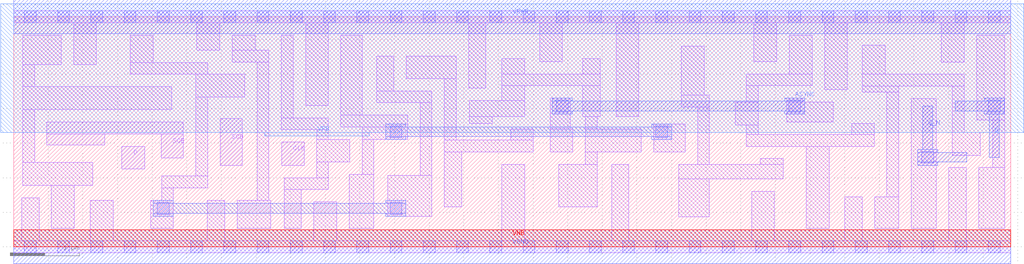
<source format=lef>
# Copyright 2020 The SkyWater PDK Authors
#
# Licensed under the Apache License, Version 2.0 (the "License");
# you may not use this file except in compliance with the License.
# You may obtain a copy of the License at
#
#     https://www.apache.org/licenses/LICENSE-2.0
#
# Unless required by applicable law or agreed to in writing, software
# distributed under the License is distributed on an "AS IS" BASIS,
# WITHOUT WARRANTIES OR CONDITIONS OF ANY KIND, either express or implied.
# See the License for the specific language governing permissions and
# limitations under the License.
#
# SPDX-License-Identifier: Apache-2.0

VERSION 5.7 ;
  NOWIREEXTENSIONATPIN ON ;
  DIVIDERCHAR "/" ;
  BUSBITCHARS "[]" ;
MACRO sky130_fd_sc_lp__sregsbp_1
  CLASS CORE ;
  FOREIGN sky130_fd_sc_lp__sregsbp_1 ;
  ORIGIN  0.000000  0.000000 ;
  SIZE  14.40000 BY  3.330000 ;
  SYMMETRY X Y R90 ;
  SITE unit ;
  PIN ASYNC
    ANTENNAGATEAREA  0.444000 ;
    DIRECTION INPUT ;
    USE SIGNAL ;
    PORT
      LAYER met1 ;
        RECT  7.775000 1.920000  8.065000 1.965000 ;
        RECT  7.775000 1.965000 11.425000 2.105000 ;
        RECT  7.775000 2.105000  8.065000 2.150000 ;
        RECT 11.135000 1.920000 11.425000 1.965000 ;
        RECT 11.135000 2.105000 11.425000 2.150000 ;
    END
  END ASYNC
  PIN D
    ANTENNAGATEAREA  0.126000 ;
    DIRECTION INPUT ;
    USE SIGNAL ;
    PORT
      LAYER li1 ;
        RECT 1.560000 1.125000 1.890000 1.455000 ;
    END
  END D
  PIN Q
    ANTENNADIFFAREA  0.598500 ;
    DIRECTION OUTPUT ;
    USE SIGNAL ;
    PORT
      LAYER met1 ;
        RECT 13.595000 1.965000 14.305000 2.105000 ;
        RECT 14.015000 1.920000 14.305000 1.965000 ;
        RECT 14.015000 2.105000 14.305000 2.150000 ;
        RECT 14.090000 1.295000 14.230000 1.920000 ;
    END
  END Q
  PIN Q_N
    ANTENNADIFFAREA  0.598500 ;
    DIRECTION OUTPUT ;
    USE SIGNAL ;
    PORT
      LAYER met1 ;
        RECT 13.055000 1.180000 13.345000 1.225000 ;
        RECT 13.055000 1.225000 13.765000 1.365000 ;
        RECT 13.055000 1.365000 13.345000 1.410000 ;
        RECT 13.130000 1.410000 13.270000 2.035000 ;
    END
  END Q_N
  PIN SCD
    ANTENNAGATEAREA  0.126000 ;
    DIRECTION INPUT ;
    USE SIGNAL ;
    PORT
      LAYER li1 ;
        RECT 2.980000 1.180000 3.300000 1.855000 ;
    END
  END SCD
  PIN SCE
    ANTENNAGATEAREA  0.252000 ;
    DIRECTION INPUT ;
    USE SIGNAL ;
    PORT
      LAYER li1 ;
        RECT 0.480000 1.475000 1.315000 1.635000 ;
        RECT 0.480000 1.635000 2.450000 1.805000 ;
        RECT 2.130000 1.285000 2.450000 1.635000 ;
    END
  END SCE
  PIN CLK
    ANTENNAGATEAREA  0.315000 ;
    DIRECTION INPUT ;
    USE CLOCK ;
    PORT
      LAYER li1 ;
        RECT 3.870000 1.180000 4.195000 1.515000 ;
    END
  END CLK
  PIN VGND
    DIRECTION INOUT ;
    USE GROUND ;
    PORT
      LAYER met1 ;
        RECT 0.000000 -0.245000 14.400000 0.245000 ;
    END
  END VGND
  PIN VNB
    DIRECTION INOUT ;
    USE GROUND ;
    PORT
      LAYER pwell ;
        RECT 0.000000 0.000000 14.400000 0.245000 ;
    END
  END VNB
  PIN VPB
    DIRECTION INOUT ;
    USE POWER ;
    PORT
      LAYER nwell ;
        RECT -0.190000 1.655000 14.590000 3.520000 ;
        RECT  3.625000 1.605000  5.135000 1.655000 ;
    END
  END VPB
  PIN VPWR
    DIRECTION INOUT ;
    USE POWER ;
    PORT
      LAYER met1 ;
        RECT 0.000000 3.085000 14.400000 3.575000 ;
    END
  END VPWR
  OBS
    LAYER li1 ;
      RECT  0.000000 -0.085000 14.400000 0.085000 ;
      RECT  0.000000  3.245000 14.400000 3.415000 ;
      RECT  0.115000  0.085000  0.365000 0.710000 ;
      RECT  0.130000  0.890000  1.140000 1.220000 ;
      RECT  0.130000  1.220000  0.300000 1.985000 ;
      RECT  0.130000  1.985000  2.280000 2.315000 ;
      RECT  0.130000  2.315000  0.300000 2.635000 ;
      RECT  0.130000  2.635000  0.685000 3.065000 ;
      RECT  0.545000  0.265000  0.875000 0.890000 ;
      RECT  0.865000  2.635000  1.195000 3.245000 ;
      RECT  1.105000  0.085000  1.435000 0.675000 ;
      RECT  1.685000  2.495000  2.800000 2.665000 ;
      RECT  1.685000  2.665000  2.015000 3.065000 ;
      RECT  1.975000  0.265000  2.305000 0.675000 ;
      RECT  2.135000  0.675000  2.305000 0.855000 ;
      RECT  2.135000  0.855000  2.800000 1.025000 ;
      RECT  2.630000  1.025000  2.800000 2.165000 ;
      RECT  2.630000  2.165000  3.335000 2.495000 ;
      RECT  2.645000  2.845000  2.975000 3.245000 ;
      RECT  2.795000  0.085000  3.045000 0.675000 ;
      RECT  3.155000  2.675000  3.685000 2.845000 ;
      RECT  3.155000  2.845000  3.485000 3.065000 ;
      RECT  3.225000  0.265000  3.715000 0.675000 ;
      RECT  3.515000  0.675000  3.685000 2.675000 ;
      RECT  3.865000  1.695000  4.545000 1.865000 ;
      RECT  3.865000  1.865000  4.035000 3.065000 ;
      RECT  3.905000  0.265000  4.155000 0.830000 ;
      RECT  3.905000  0.830000  4.545000 1.000000 ;
      RECT  4.215000  2.045000  4.545000 3.245000 ;
      RECT  4.335000  0.085000  4.665000 0.650000 ;
      RECT  4.375000  1.000000  4.545000 1.225000 ;
      RECT  4.375000  1.225000  4.850000 1.555000 ;
      RECT  4.375000  1.555000  4.545000 1.695000 ;
      RECT  4.725000  1.735000  5.690000 1.905000 ;
      RECT  4.725000  1.905000  5.030000 3.065000 ;
      RECT  4.845000  0.265000  5.200000 1.045000 ;
      RECT  5.030000  1.045000  5.200000 1.550000 ;
      RECT  5.030000  1.550000  5.690000 1.735000 ;
      RECT  5.240000  2.085000  6.040000 2.255000 ;
      RECT  5.240000  2.255000  5.490000 2.755000 ;
      RECT  5.405000  0.440000  6.040000 1.035000 ;
      RECT  5.670000  2.435000  6.390000 2.755000 ;
      RECT  5.870000  1.035000  6.040000 2.085000 ;
      RECT  6.220000  0.575000  6.470000 1.375000 ;
      RECT  6.220000  1.375000  7.505000 1.545000 ;
      RECT  6.220000  1.545000  6.390000 2.435000 ;
      RECT  6.570000  2.295000  6.820000 3.245000 ;
      RECT  6.580000  1.785000  6.910000 1.885000 ;
      RECT  6.580000  1.885000  7.380000 2.115000 ;
      RECT  7.050000  0.085000  7.380000 1.195000 ;
      RECT  7.050000  2.115000  7.380000 2.330000 ;
      RECT  7.050000  2.330000  8.470000 2.500000 ;
      RECT  7.050000  2.500000  7.380000 2.725000 ;
      RECT  7.175000  1.545000  7.505000 1.705000 ;
      RECT  7.595000  2.680000  7.925000 3.245000 ;
      RECT  7.745000  1.375000  8.075000 1.705000 ;
      RECT  7.745000  1.705000  8.035000 2.150000 ;
      RECT  7.870000  0.575000  8.425000 1.195000 ;
      RECT  8.220000  1.885000  8.470000 2.330000 ;
      RECT  8.220000  2.500000  8.470000 2.725000 ;
      RECT  8.255000  1.195000  8.425000 1.375000 ;
      RECT  8.255000  1.375000  9.065000 1.705000 ;
      RECT  8.255000  1.705000  8.425000 1.885000 ;
      RECT  8.635000  0.085000  8.885000 1.195000 ;
      RECT  8.700000  1.885000  9.030000 3.245000 ;
      RECT  9.245000  1.375000  9.695000 1.780000 ;
      RECT  9.605000  0.435000 10.045000 0.985000 ;
      RECT  9.605000  0.985000 11.110000 1.195000 ;
      RECT  9.640000  2.025000 10.045000 2.195000 ;
      RECT  9.640000  2.195000  9.970000 2.905000 ;
      RECT  9.875000  1.195000 10.045000 2.025000 ;
      RECT 10.420000  1.765000 10.750000 2.095000 ;
      RECT 10.580000  1.455000 12.430000 1.625000 ;
      RECT 10.580000  1.625000 10.750000 1.765000 ;
      RECT 10.580000  2.095000 10.750000 2.330000 ;
      RECT 10.580000  2.330000 11.530000 2.500000 ;
      RECT 10.655000  0.085000 10.985000 0.805000 ;
      RECT 10.690000  2.680000 11.020000 3.245000 ;
      RECT 10.780000  1.195000 11.110000 1.275000 ;
      RECT 11.165000  1.805000 11.835000 2.095000 ;
      RECT 11.165000  2.095000 11.395000 2.150000 ;
      RECT 11.200000  2.500000 11.530000 3.065000 ;
      RECT 11.445000  0.265000 11.775000 1.455000 ;
      RECT 11.710000  2.275000 12.040000 3.245000 ;
      RECT 12.005000  0.085000 12.255000 0.725000 ;
      RECT 12.100000  1.625000 12.430000 1.785000 ;
      RECT 12.255000  2.235000 12.780000 2.325000 ;
      RECT 12.255000  2.325000 13.725000 2.495000 ;
      RECT 12.255000  2.495000 12.585000 2.915000 ;
      RECT 12.435000  0.265000 12.780000 0.725000 ;
      RECT 12.610000  0.725000 12.780000 2.235000 ;
      RECT 12.965000  0.265000 13.325000 2.145000 ;
      RECT 13.395000  2.675000 13.725000 3.245000 ;
      RECT 13.505000  0.085000 13.755000 1.145000 ;
      RECT 13.555000  1.325000 13.960000 1.655000 ;
      RECT 13.555000  1.655000 13.725000 2.325000 ;
      RECT 13.905000  1.835000 14.310000 3.065000 ;
      RECT 13.935000  0.265000 14.310000 1.145000 ;
      RECT 14.140000  1.145000 14.310000 1.835000 ;
    LAYER mcon ;
      RECT  0.155000 -0.085000  0.325000 0.085000 ;
      RECT  0.155000  3.245000  0.325000 3.415000 ;
      RECT  0.635000 -0.085000  0.805000 0.085000 ;
      RECT  0.635000  3.245000  0.805000 3.415000 ;
      RECT  1.115000 -0.085000  1.285000 0.085000 ;
      RECT  1.115000  3.245000  1.285000 3.415000 ;
      RECT  1.595000 -0.085000  1.765000 0.085000 ;
      RECT  1.595000  3.245000  1.765000 3.415000 ;
      RECT  2.075000 -0.085000  2.245000 0.085000 ;
      RECT  2.075000  0.470000  2.245000 0.640000 ;
      RECT  2.075000  3.245000  2.245000 3.415000 ;
      RECT  2.555000 -0.085000  2.725000 0.085000 ;
      RECT  2.555000  3.245000  2.725000 3.415000 ;
      RECT  3.035000 -0.085000  3.205000 0.085000 ;
      RECT  3.035000  3.245000  3.205000 3.415000 ;
      RECT  3.515000 -0.085000  3.685000 0.085000 ;
      RECT  3.515000  3.245000  3.685000 3.415000 ;
      RECT  3.995000 -0.085000  4.165000 0.085000 ;
      RECT  3.995000  3.245000  4.165000 3.415000 ;
      RECT  4.475000 -0.085000  4.645000 0.085000 ;
      RECT  4.475000  3.245000  4.645000 3.415000 ;
      RECT  4.955000 -0.085000  5.125000 0.085000 ;
      RECT  4.955000  3.245000  5.125000 3.415000 ;
      RECT  5.435000 -0.085000  5.605000 0.085000 ;
      RECT  5.435000  0.470000  5.605000 0.640000 ;
      RECT  5.435000  1.580000  5.605000 1.750000 ;
      RECT  5.435000  3.245000  5.605000 3.415000 ;
      RECT  5.915000 -0.085000  6.085000 0.085000 ;
      RECT  5.915000  3.245000  6.085000 3.415000 ;
      RECT  6.395000 -0.085000  6.565000 0.085000 ;
      RECT  6.395000  3.245000  6.565000 3.415000 ;
      RECT  6.875000 -0.085000  7.045000 0.085000 ;
      RECT  6.875000  3.245000  7.045000 3.415000 ;
      RECT  7.355000 -0.085000  7.525000 0.085000 ;
      RECT  7.355000  3.245000  7.525000 3.415000 ;
      RECT  7.835000 -0.085000  8.005000 0.085000 ;
      RECT  7.835000  1.950000  8.005000 2.120000 ;
      RECT  7.835000  3.245000  8.005000 3.415000 ;
      RECT  8.315000 -0.085000  8.485000 0.085000 ;
      RECT  8.315000  3.245000  8.485000 3.415000 ;
      RECT  8.795000 -0.085000  8.965000 0.085000 ;
      RECT  8.795000  3.245000  8.965000 3.415000 ;
      RECT  9.275000 -0.085000  9.445000 0.085000 ;
      RECT  9.275000  1.580000  9.445000 1.750000 ;
      RECT  9.275000  3.245000  9.445000 3.415000 ;
      RECT  9.755000 -0.085000  9.925000 0.085000 ;
      RECT  9.755000  3.245000  9.925000 3.415000 ;
      RECT 10.235000 -0.085000 10.405000 0.085000 ;
      RECT 10.235000  3.245000 10.405000 3.415000 ;
      RECT 10.715000 -0.085000 10.885000 0.085000 ;
      RECT 10.715000  3.245000 10.885000 3.415000 ;
      RECT 11.195000 -0.085000 11.365000 0.085000 ;
      RECT 11.195000  1.950000 11.365000 2.120000 ;
      RECT 11.195000  3.245000 11.365000 3.415000 ;
      RECT 11.675000 -0.085000 11.845000 0.085000 ;
      RECT 11.675000  3.245000 11.845000 3.415000 ;
      RECT 12.155000 -0.085000 12.325000 0.085000 ;
      RECT 12.155000  3.245000 12.325000 3.415000 ;
      RECT 12.635000 -0.085000 12.805000 0.085000 ;
      RECT 12.635000  3.245000 12.805000 3.415000 ;
      RECT 13.115000 -0.085000 13.285000 0.085000 ;
      RECT 13.115000  1.210000 13.285000 1.380000 ;
      RECT 13.115000  3.245000 13.285000 3.415000 ;
      RECT 13.595000 -0.085000 13.765000 0.085000 ;
      RECT 13.595000  3.245000 13.765000 3.415000 ;
      RECT 14.075000 -0.085000 14.245000 0.085000 ;
      RECT 14.075000  1.950000 14.245000 2.120000 ;
      RECT 14.075000  3.245000 14.245000 3.415000 ;
    LAYER met1 ;
      RECT 2.015000 0.440000 2.305000 0.485000 ;
      RECT 2.015000 0.485000 5.665000 0.625000 ;
      RECT 2.015000 0.625000 2.305000 0.670000 ;
      RECT 5.375000 0.440000 5.665000 0.485000 ;
      RECT 5.375000 0.625000 5.665000 0.670000 ;
      RECT 5.375000 1.550000 5.665000 1.595000 ;
      RECT 5.375000 1.595000 9.505000 1.735000 ;
      RECT 5.375000 1.735000 5.665000 1.780000 ;
      RECT 9.215000 1.550000 9.505000 1.595000 ;
      RECT 9.215000 1.735000 9.505000 1.780000 ;
  END
END sky130_fd_sc_lp__sregsbp_1
END LIBRARY

</source>
